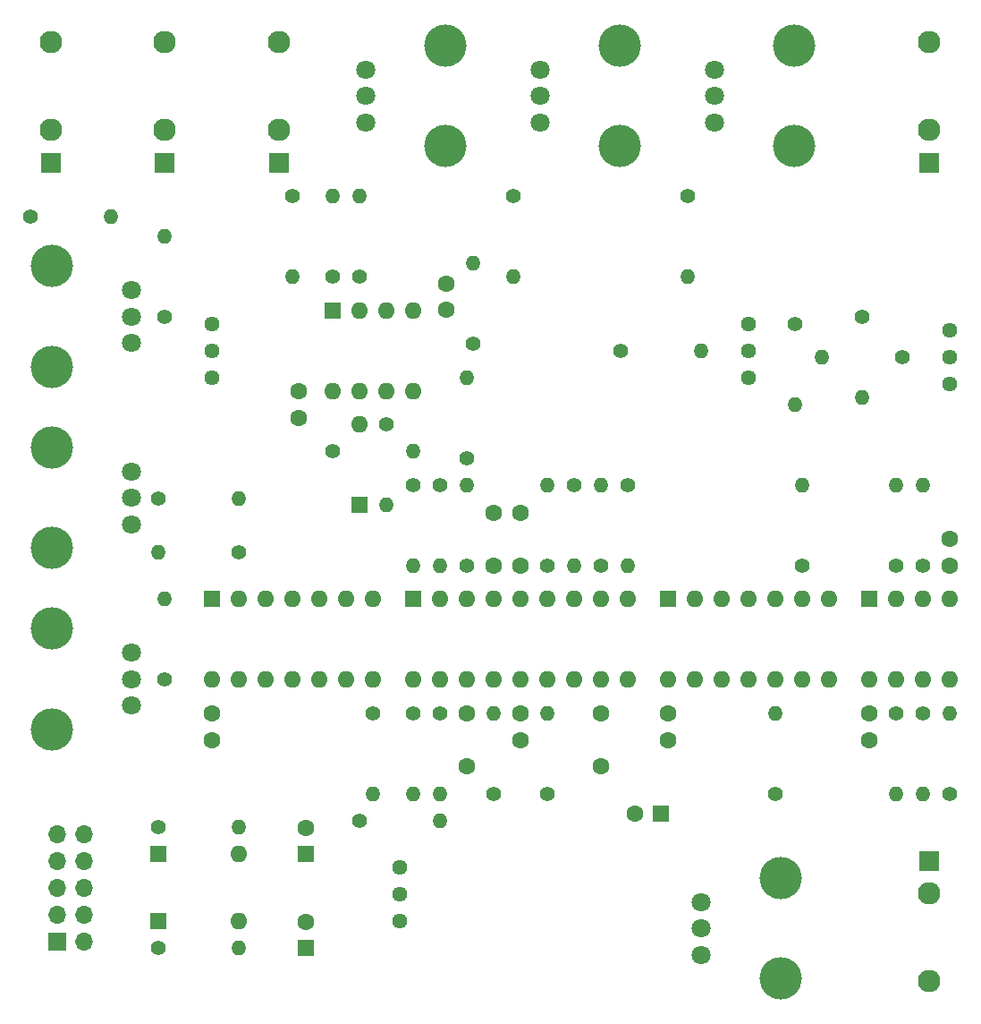
<source format=gbs>
G04 #@! TF.GenerationSoftware,KiCad,Pcbnew,5.1.12-1.fc34*
G04 #@! TF.CreationDate,2022-01-17T20:57:28+01:00*
G04 #@! TF.ProjectId,vcf,7663662e-6b69-4636-9164-5f7063625858,rev?*
G04 #@! TF.SameCoordinates,Original*
G04 #@! TF.FileFunction,Soldermask,Bot*
G04 #@! TF.FilePolarity,Negative*
%FSLAX46Y46*%
G04 Gerber Fmt 4.6, Leading zero omitted, Abs format (unit mm)*
G04 Created by KiCad (PCBNEW 5.1.12-1.fc34) date 2022-01-17 20:57:28*
%MOMM*%
%LPD*%
G01*
G04 APERTURE LIST*
%ADD10O,1.400000X1.400000*%
%ADD11C,1.400000*%
%ADD12O,1.700000X1.700000*%
%ADD13R,1.700000X1.700000*%
%ADD14O,1.600000X1.600000*%
%ADD15R,1.600000X1.600000*%
%ADD16C,4.000000*%
%ADD17C,1.800000*%
%ADD18C,1.440000*%
%ADD19C,2.130000*%
%ADD20R,1.930000X1.830000*%
%ADD21C,1.600000*%
G04 APERTURE END LIST*
D10*
X77470000Y-93345000D03*
D11*
X77470000Y-85725000D03*
D12*
X48895000Y-124460000D03*
X46355000Y-124460000D03*
X48895000Y-127000000D03*
X46355000Y-127000000D03*
X48895000Y-129540000D03*
X46355000Y-129540000D03*
X48895000Y-132080000D03*
X46355000Y-132080000D03*
X48895000Y-134620000D03*
D13*
X46355000Y-134620000D03*
D14*
X104140000Y-109855000D03*
X119380000Y-102235000D03*
X106680000Y-109855000D03*
X116840000Y-102235000D03*
X109220000Y-109855000D03*
X114300000Y-102235000D03*
X111760000Y-109855000D03*
X111760000Y-102235000D03*
X114300000Y-109855000D03*
X109220000Y-102235000D03*
X116840000Y-109855000D03*
X106680000Y-102235000D03*
X119380000Y-109855000D03*
D15*
X104140000Y-102235000D03*
D14*
X60960000Y-109855000D03*
X76200000Y-102235000D03*
X63500000Y-109855000D03*
X73660000Y-102235000D03*
X66040000Y-109855000D03*
X71120000Y-102235000D03*
X68580000Y-109855000D03*
X68580000Y-102235000D03*
X71120000Y-109855000D03*
X66040000Y-102235000D03*
X73660000Y-109855000D03*
X63500000Y-102235000D03*
X76200000Y-109855000D03*
D15*
X60960000Y-102235000D03*
D14*
X80010000Y-109855000D03*
X100330000Y-102235000D03*
X82550000Y-109855000D03*
X97790000Y-102235000D03*
X85090000Y-109855000D03*
X95250000Y-102235000D03*
X87630000Y-109855000D03*
X92710000Y-102235000D03*
X90170000Y-109855000D03*
X90170000Y-102235000D03*
X92710000Y-109855000D03*
X87630000Y-102235000D03*
X95250000Y-109855000D03*
X85090000Y-102235000D03*
X97790000Y-109855000D03*
X82550000Y-102235000D03*
X100330000Y-109855000D03*
D15*
X80010000Y-102235000D03*
D14*
X123190000Y-109855000D03*
X130810000Y-102235000D03*
X125730000Y-109855000D03*
X128270000Y-102235000D03*
X128270000Y-109855000D03*
X125730000Y-102235000D03*
X130810000Y-109855000D03*
D15*
X123190000Y-102235000D03*
D14*
X72390000Y-82550000D03*
X80010000Y-74930000D03*
X74930000Y-82550000D03*
X77470000Y-74930000D03*
X77470000Y-82550000D03*
X74930000Y-74930000D03*
X80010000Y-82550000D03*
D15*
X72390000Y-74930000D03*
D16*
X114815000Y-138140000D03*
X114815000Y-128640000D03*
D17*
X107315000Y-135890000D03*
X107315000Y-133390000D03*
X107315000Y-130890000D03*
D18*
X130810000Y-81915000D03*
X130810000Y-79375000D03*
X130810000Y-76835000D03*
X78740000Y-132715000D03*
X78740000Y-130175000D03*
X78740000Y-127635000D03*
X111760000Y-81280000D03*
X111760000Y-78740000D03*
X111760000Y-76200000D03*
X60960000Y-81280000D03*
X60960000Y-78740000D03*
X60960000Y-76200000D03*
D16*
X116085000Y-59400000D03*
X116085000Y-49900000D03*
D17*
X108585000Y-57150000D03*
X108585000Y-54650000D03*
X108585000Y-52150000D03*
D16*
X99575000Y-59400000D03*
X99575000Y-49900000D03*
D17*
X92075000Y-57150000D03*
X92075000Y-54650000D03*
X92075000Y-52150000D03*
D16*
X83065000Y-59400000D03*
X83065000Y-49900000D03*
D17*
X75565000Y-57150000D03*
X75565000Y-54650000D03*
X75565000Y-52150000D03*
D16*
X45840000Y-70775000D03*
X45840000Y-80275000D03*
D17*
X53340000Y-73025000D03*
X53340000Y-75525000D03*
X53340000Y-78025000D03*
D16*
X45840000Y-87920000D03*
X45840000Y-97420000D03*
D17*
X53340000Y-90170000D03*
X53340000Y-92670000D03*
X53340000Y-95170000D03*
D16*
X45840000Y-105065000D03*
X45840000Y-114565000D03*
D17*
X53340000Y-107315000D03*
X53340000Y-109815000D03*
X53340000Y-112315000D03*
D10*
X114300000Y-113030000D03*
D11*
X114300000Y-120650000D03*
D10*
X125730000Y-120650000D03*
D11*
X125730000Y-113030000D03*
D10*
X122555000Y-83185000D03*
D11*
X122555000Y-75565000D03*
D10*
X128270000Y-120650000D03*
D11*
X128270000Y-113030000D03*
D10*
X80010000Y-88265000D03*
D11*
X72390000Y-88265000D03*
D10*
X118745000Y-79375000D03*
D11*
X126365000Y-79375000D03*
D10*
X85725000Y-70485000D03*
D11*
X85725000Y-78105000D03*
D10*
X130810000Y-113030000D03*
D11*
X130810000Y-120650000D03*
D10*
X116840000Y-91440000D03*
D11*
X116840000Y-99060000D03*
D10*
X97790000Y-91440000D03*
D11*
X97790000Y-99060000D03*
D10*
X63500000Y-123825000D03*
D11*
X55880000Y-123825000D03*
D10*
X63500000Y-135255000D03*
D11*
X55880000Y-135255000D03*
D10*
X80010000Y-120650000D03*
D11*
X80010000Y-113030000D03*
D10*
X92710000Y-113030000D03*
D11*
X92710000Y-120650000D03*
D10*
X82550000Y-123190000D03*
D11*
X74930000Y-123190000D03*
D10*
X76200000Y-120650000D03*
D11*
X76200000Y-113030000D03*
D10*
X87630000Y-113030000D03*
D11*
X87630000Y-120650000D03*
D10*
X107315000Y-78740000D03*
D11*
X99695000Y-78740000D03*
D10*
X82550000Y-120650000D03*
D11*
X82550000Y-113030000D03*
D10*
X92710000Y-91440000D03*
D11*
X92710000Y-99060000D03*
D10*
X85090000Y-91440000D03*
D11*
X85090000Y-99060000D03*
D10*
X85090000Y-81280000D03*
D11*
X85090000Y-88900000D03*
D10*
X82550000Y-99060000D03*
D11*
X82550000Y-91440000D03*
D10*
X95250000Y-99060000D03*
D11*
X95250000Y-91440000D03*
D10*
X55880000Y-97790000D03*
D11*
X63500000Y-97790000D03*
D10*
X80010000Y-99060000D03*
D11*
X80010000Y-91440000D03*
D10*
X68580000Y-71755000D03*
D11*
X68580000Y-64135000D03*
D10*
X72390000Y-64135000D03*
D11*
X72390000Y-71755000D03*
D10*
X125730000Y-91440000D03*
D11*
X125730000Y-99060000D03*
D10*
X74930000Y-64135000D03*
D11*
X74930000Y-71755000D03*
D10*
X128270000Y-91440000D03*
D11*
X128270000Y-99060000D03*
D10*
X106045000Y-71755000D03*
D11*
X106045000Y-64135000D03*
D10*
X116205000Y-83820000D03*
D11*
X116205000Y-76200000D03*
D10*
X89535000Y-71755000D03*
D11*
X89535000Y-64135000D03*
D10*
X100330000Y-99060000D03*
D11*
X100330000Y-91440000D03*
D10*
X56515000Y-67945000D03*
D11*
X56515000Y-75565000D03*
D10*
X63500000Y-92710000D03*
D11*
X55880000Y-92710000D03*
D10*
X56515000Y-102235000D03*
D11*
X56515000Y-109855000D03*
D10*
X51435000Y-66040000D03*
D11*
X43815000Y-66040000D03*
D19*
X128905000Y-138400000D03*
D20*
X128905000Y-127000000D03*
D19*
X128905000Y-130100000D03*
X128905000Y-49560000D03*
D20*
X128905000Y-60960000D03*
D19*
X128905000Y-57860000D03*
X67310000Y-49560000D03*
D20*
X67310000Y-60960000D03*
D19*
X67310000Y-57860000D03*
X56515000Y-49560000D03*
D20*
X56515000Y-60960000D03*
D19*
X56515000Y-57860000D03*
X45720000Y-49560000D03*
D20*
X45720000Y-60960000D03*
D19*
X45720000Y-57860000D03*
D14*
X74930000Y-85725000D03*
D15*
X74930000Y-93345000D03*
D14*
X63500000Y-126365000D03*
D15*
X55880000Y-126365000D03*
D14*
X63500000Y-132715000D03*
D15*
X55880000Y-132715000D03*
D21*
X101005000Y-122555000D03*
D15*
X103505000Y-122555000D03*
D21*
X97790000Y-118030000D03*
X97790000Y-113030000D03*
X69850000Y-123865000D03*
D15*
X69850000Y-126365000D03*
D21*
X69850000Y-132755000D03*
D15*
X69850000Y-135255000D03*
D21*
X85090000Y-118030000D03*
X85090000Y-113030000D03*
X90170000Y-113070000D03*
X90170000Y-115570000D03*
X104140000Y-113070000D03*
X104140000Y-115570000D03*
X60960000Y-113070000D03*
X60960000Y-115570000D03*
X87630000Y-94060000D03*
X87630000Y-99060000D03*
X130810000Y-96560000D03*
X130810000Y-99060000D03*
X123190000Y-113070000D03*
X123190000Y-115570000D03*
X90170000Y-94060000D03*
X90170000Y-99060000D03*
X83185000Y-72390000D03*
X83185000Y-74890000D03*
X69215000Y-82590000D03*
X69215000Y-85090000D03*
M02*

</source>
